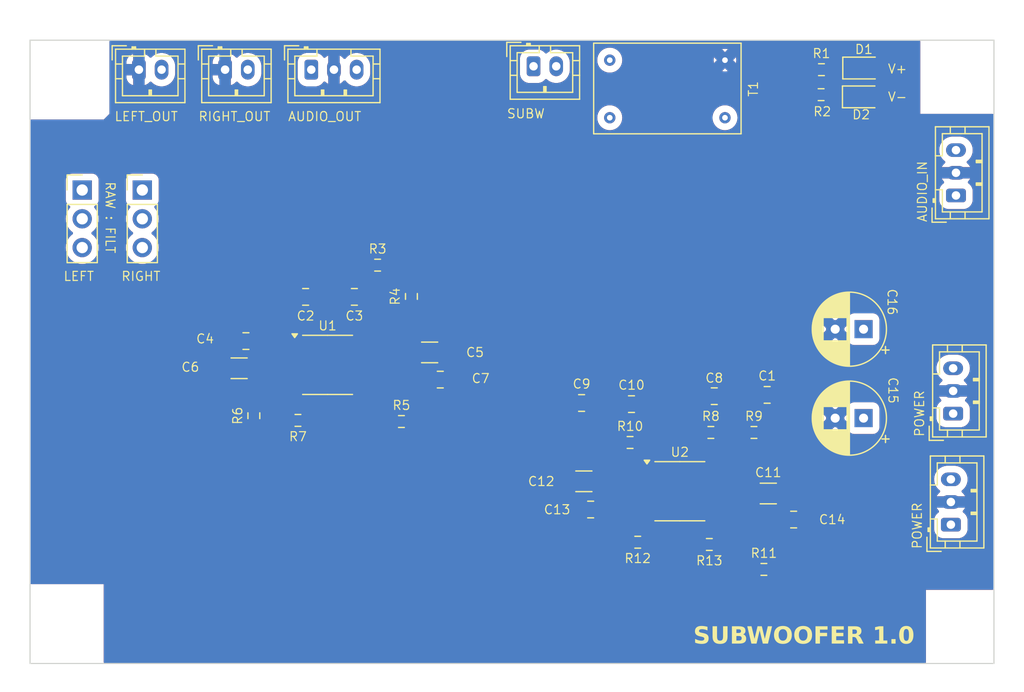
<source format=kicad_pcb>
(kicad_pcb (version 20240108) (generator "pcbnew") (generator_version "8.0")
  (layers (0 "F.Cu" signal) (31 "B.Cu" signal) (34 "B.Paste" user) (35 "F.Paste" user) (36 "B.SilkS" user "B.Silkscreen") (37 "F.SilkS" user "F.Silkscreen") (38 "B.Mask" user) (39 "F.Mask" user) (44 "Edge.Cuts" user))
  (net 0 "")
  (net 1 "LEFT_IN")
  (net 2 "AGND")
  (net 3 "RIGHT_IN")
  (net 4 "V-")
  (net 5 "V+")
  (net 6 "SUBW")
  (net 7 "SUBWN")
  (net 8 "SUBWP")
  (net 9 "Net-(D1-K)")
  (net 10 "Net-(D2-K)")
  (net 11 "LEFT_FILT")
  (net 12 "RIGHT_FILT")
  (net 13 "LEFT_OUT")
  (net 14 "RIGHT_OUT")
  (net 15 "Net-(C1-Pad2)")
  (net 16 "Net-(U1A--)")
  (net 17 "Net-(C2-Pad1)")
  (net 18 "Net-(U1B-+)")
  (net 19 "Net-(U2D-+)")
  (net 20 "Net-(C10-Pad1)")
  (net 21 "Net-(U1C-+)")
  (net 22 "Net-(U2A--)")
  (net 23 "Net-(U2B--)")
  (net 24 "Net-(R11-Pad1)")
  (net 25 "Net-(R10-Pad1)")
  (net 26 "Net-(U2B-+)")
  (net 27 "Net-(U2C-+)")
  (net 28 "Net-(U2C--)")
  (net 29 "Net-(U1D--)")
  (footprint "Resistor_SMD:R_0603_1608Metric_Pad0.98x0.95mm_HandSolder" (layer "F.Cu") (at 126.1739 94.3025 90)
    (property "Reference" "R6" (at 0 -1.43 90) (layer "F.SilkS") (effects (font (size 0.8 0.8) (thickness 0.1))))
    (property "Value" "6.8K")
    (pad "1" smd roundrect (at -0.9125 0 90) (size 0.975 0.95) (layers "F.Cu" "F.Paste" "F.Mask") (net 12 "RIGHT_FILT"))
    (pad "2" smd roundrect (at 0.9125 0 90) (size 0.975 0.95) (layers "F.Cu" "F.Paste" "F.Mask") (net 17 "Net-(C2-Pad1)"))
  )
  (footprint "Package_SO:TSSOP-14_4.4x5mm_P0.65mm" (layer "F.Cu") (at 163.7364 100.965)
    (property "Reference" "U2" (at 0 -3.45 0) (layer "F.SilkS") (effects (font (size 0.8 0.8) (thickness 0.1))))
    (property "Value" "Opamp_Quad")
    (pad "1" smd roundrect (at -2.8625 -1.95) (size 1.475 0.4) (layers "F.Cu" "F.Paste" "F.Mask") (net 22 "Net-(U2A--)"))
    (pad "2" smd roundrect (at -2.8625 -1.3) (size 1.475 0.4) (layers "F.Cu" "F.Paste" "F.Mask") (net 22 "Net-(U2A--)"))
    (pad "3" smd roundrect (at -2.8625 -0.65) (size 1.475 0.4) (layers "F.Cu" "F.Paste" "F.Mask") (net 1 "LEFT_IN"))
    (pad "4" smd roundrect (at -2.8625 0) (size 1.475 0.4) (layers "F.Cu" "F.Paste" "F.Mask") (net 5 "V+"))
    (pad "5" smd roundrect (at -2.8625 0.65) (size 1.475 0.4) (layers "F.Cu" "F.Paste" "F.Mask") (net 26 "Net-(U2B-+)"))
    (pad "6" smd roundrect (at -2.8625 1.3) (size 1.475 0.4) (layers "F.Cu" "F.Paste" "F.Mask") (net 23 "Net-(U2B--)"))
    (pad "7" smd roundrect (at -2.8625 1.95) (size 1.475 0.4) (layers "F.Cu" "F.Paste" "F.Mask") (net 25 "Net-(R10-Pad1)"))
    (pad "8" smd roundrect (at 2.8625 1.95) (size 1.475 0.4) (layers "F.Cu" "F.Paste" "F.Mask") (net 24 "Net-(R11-Pad1)"))
    (pad "9" smd roundrect (at 2.8625 1.3) (size 1.475 0.4) (layers "F.Cu" "F.Paste" "F.Mask") (net 28 "Net-(U2C--)"))
    (pad "10" smd roundrect (at 2.8625 0.65) (size 1.475 0.4) (layers "F.Cu" "F.Paste" "F.Mask") (net 27 "Net-(U2C-+)"))
    (pad "11" smd roundrect (at 2.8625 0) (size 1.475 0.4) (layers "F.Cu" "F.Paste" "F.Mask") (net 4 "V-"))
    (pad "12" smd roundrect (at 2.8625 -0.65) (size 1.475 0.4) (layers "F.Cu" "F.Paste" "F.Mask") (net 19 "Net-(U2D-+)"))
    (pad "13" smd roundrect (at 2.8625 -1.3) (size 1.475 0.4) (layers "F.Cu" "F.Paste" "F.Mask") (net 6 "SUBW"))
    (pad "14" smd roundrect (at 2.8625 -1.95) (size 1.475 0.4) (layers "F.Cu" "F.Paste" "F.Mask") (net 6 "SUBW"))
  )
  (footprint "MountingHole:MountingHole_3.2mm_M3" (layer "F.Cu") (at 188.9364 113.665)
    (property "Reference" "H4" (hide yes))
    (property "Value" "MountingHole")
    (pad "" np_thru_hole circle (at 0 0) (size 3.2 3.2) (drill 3.2) (layers "*.Cu" "*.Mask"))
  )
  (footprint "Resistor_SMD:R_0603_1608Metric_Pad0.98x0.95mm_HandSolder" (layer "F.Cu") (at 171.1489 107.865)
    (property "Reference" "R11" (at 0 -1.43 0) (layer "F.SilkS") (effects (font (size 0.8 0.8) (thickness 0.1))))
    (property "Value" "25K")
    (pad "1" smd roundrect (at -0.9125 0) (size 0.975 0.95) (layers "F.Cu" "F.Paste" "F.Mask") (net 24 "Net-(R11-Pad1)"))
    (pad "2" smd roundrect (at 0.9125 0) (size 0.975 0.95) (layers "F.Cu" "F.Paste" "F.Mask") (net 27 "Net-(U2C-+)"))
  )
  (footprint "Capacitor_SMD:C_0805_2012Metric_Pad1.18x1.45mm_HandSolder" (layer "F.Cu") (at 159.4721 93.279)
    (property "Reference" "C10" (at 0 -1.68 0) (layer "F.SilkS") (effects (font (size 0.8 0.8) (thickness 0.1))))
    (property "Value" "200N C0G")
    (pad "1" smd roundrect (at -1.0375 0) (size 1.175 1.45) (layers "F.Cu" "F.Paste" "F.Mask") (roundrect_rratio 0.212766) (net 20 "Net-(C10-Pad1)"))
    (pad "2" smd roundrect (at 1.0375 0) (size 1.175 1.45) (layers "F.Cu" "F.Paste" "F.Mask") (roundrect_rratio 0.212766) (net 22 "Net-(U2A--)"))
  )
  (footprint "Resistor_SMD:R_0603_1608Metric_Pad0.98x0.95mm_HandSolder" (layer "F.Cu") (at 140.068 83.7759 90)
    (property "Reference" "R4" (at 0 -1.43 90) (layer "F.SilkS") (effects (font (size 0.8 0.8) (thickness 0.1))))
    (property "Value" "6.8K")
    (pad "1" smd roundrect (at -0.9125 0 90) (size 0.975 0.95) (layers "F.Cu" "F.Paste" "F.Mask") (net 21 "Net-(U1C-+)"))
    (pad "2" smd roundrect (at 0.9125 0 90) (size 0.975 0.95) (layers "F.Cu" "F.Paste" "F.Mask") (net 2 "AGND"))
  )
  (footprint "Connector_PinHeader_2.54mm:PinHeader_1x03_P2.54mm_Vertical" (layer "F.Cu") (at 116.3364 74.385)
    (property "Reference" "J4" (hide yes))
    (property "Value" "Conn_01x03_Pin")
    (pad "1" thru_hole rect (at 0 0) (size 1.7 1.7) (drill 1) (layers "*.Cu" "*.Mask") (net 3 "RIGHT_IN"))
    (pad "2" thru_hole oval (at 0 2.54) (size 1.7 1.7) (drill 1) (layers "*.Cu" "*.Mask") (net 14 "RIGHT_OUT"))
    (pad "3" thru_hole oval (at 0 5.08) (size 1.7 1.7) (drill 1) (layers "*.Cu" "*.Mask") (net 12 "RIGHT_FILT"))
  )
  (footprint "Capacitor_SMD:C_1206_3216Metric_Pad1.33x1.80mm_HandSolder" (layer "F.Cu") (at 141.6739 88.715)
    (property "Reference" "C5" (at 4 0 0) (layer "F.SilkS") (effects (font (size 0.8 0.8) (thickness 0.1))))
    (property "Value" "10U")
    (pad "1" smd roundrect (at -1.5625 0) (size 1.325 1.8) (layers "F.Cu" "F.Paste" "F.Mask") (roundrect_rratio 0.188679) (net 4 "V-"))
    (pad "2" smd roundrect (at 1.5625 0) (size 1.325 1.8) (layers "F.Cu" "F.Paste" "F.Mask") (roundrect_rratio 0.188679) (net 2 "AGND"))
  )
  (footprint "Resistor_SMD:R_0603_1608Metric_Pad0.98x0.95mm_HandSolder" (layer "F.Cu") (at 176.1939 65.97)
    (property "Reference" "R2" (at 0.1 1.5 0) (layer "F.SilkS") (effects (font (size 0.8 0.8) (thickness 0.1))))
    (property "Value" "1K")
    (pad "1" smd roundrect (at -0.9125 0) (size 0.975 0.95) (layers "F.Cu" "F.Paste" "F.Mask") (net 4 "V-"))
    (pad "2" smd roundrect (at 0.9125 0) (size 0.975 0.95) (layers "F.Cu" "F.Paste" "F.Mask") (net 10 "Net-(D2-K)"))
  )
  (footprint "Capacitor_SMD:C_0805_2012Metric_Pad1.18x1.45mm_HandSolder" (layer "F.Cu") (at 142.6114 91.115)
    (property "Reference" "C7" (at 3.5625 -0.1 0) (layer "F.SilkS") (effects (font (size 0.8 0.8) (thickness 0.1))))
    (property "Value" "0.1U")
    (pad "1" smd roundrect (at -1.0375 0) (size 1.175 1.45) (layers "F.Cu" "F.Paste" "F.Mask") (roundrect_rratio 0.212766) (net 4 "V-"))
    (pad "2" smd roundrect (at 1.0375 0) (size 1.175 1.45) (layers "F.Cu" "F.Paste" "F.Mask") (roundrect_rratio 0.212766) (net 2 "AGND"))
  )
  (footprint "Connector_PinHeader_2.54mm:PinHeader_1x03_P2.54mm_Vertical" (layer "F.Cu") (at 111.0364 74.385)
    (property "Reference" "J5" (hide yes))
    (property "Value" "Conn_01x03_Pin")
    (pad "1" thru_hole rect (at 0 0) (size 1.7 1.7) (drill 1) (layers "*.Cu" "*.Mask") (net 1 "LEFT_IN"))
    (pad "2" thru_hole oval (at 0 2.54) (size 1.7 1.7) (drill 1) (layers "*.Cu" "*.Mask") (net 13 "LEFT_OUT"))
    (pad "3" thru_hole oval (at 0 5.08) (size 1.7 1.7) (drill 1) (layers "*.Cu" "*.Mask") (net 11 "LEFT_FILT"))
  )
  (footprint "Resistor_SMD:R_0603_1608Metric_Pad0.98x0.95mm_HandSolder" (layer "F.Cu") (at 137.0864 81.015)
    (property "Reference" "R3" (at 0 -1.43 0) (layer "F.SilkS") (effects (font (size 0.8 0.8) (thickness 0.1))))
    (property "Value" "6.8K")
    (pad "1" smd roundrect (at -0.9125 0) (size 0.975 0.95) (layers "F.Cu" "F.Paste" "F.Mask") (net 18 "Net-(U1B-+)"))
    (pad "2" smd roundrect (at 0.9125 0) (size 0.975 0.95) (layers "F.Cu" "F.Paste" "F.Mask") (net 2 "AGND"))
  )
  (footprint "MountingHole:MountingHole_3.2mm_M3" (layer "F.Cu") (at 108.9364 63.665)
    (property "Reference" "H1" (hide yes))
    (property "Value" "MountingHole")
    (pad "" np_thru_hole circle (at 0 0) (size 3.2 3.2) (drill 3.2) (layers "*.Cu" "*.Mask"))
  )
  (footprint "Connector_JST:JST_PH_B2B-PH-K_1x02_P2.00mm_Vertical" (layer "F.Cu") (at 123.6364 63.765)
    (property "Reference" "J2" (hide yes))
    (property "Value" "Conn_01x02_Pin")
    (pad "1" thru_hole roundrect (at 0 0) (size 1.2 1.75) (drill 0.75) (layers "*.Cu" "*.Mask") (roundrect_rratio 0.2083333333) (net 2 "AGND"))
    (pad "2" thru_hole oval (at 2 0) (size 1.2 1.75) (drill 0.75) (layers "*.Cu" "*.Mask") (net 14 "RIGHT_OUT"))
  )
  (footprint "Capacitor_THT:CP_Radial_D6.3mm_P2.50mm" (layer "F.Cu") (at 179.9364 94.515 180)
    (property "Reference" "C15" (at -2.6 2.45 -90) (layer "F.SilkS") (effects (font (size 0.8 0.8) (thickness 0.1))))
    (property "Value" "470u")
    (pad "1" thru_hole rect (at 0 0 180) (size 1.6 1.6) (drill 0.8) (layers "*.Cu" "*.Mask") (net 5 "V+"))
    (pad "2" thru_hole circle (at 2.5 0 180) (size 1.6 1.6) (drill 0.8) (layers "*.Cu" "*.Mask") (net 2 "AGND"))
  )
  (footprint "Connector_JST:JST_PH_B3B-PH-K_1x03_P2.00mm_Vertical" (layer "F.Cu") (at 131.2364 63.765)
    (property "Reference" "J7" (hide yes))
    (property "Value" "Conn_01x03_Pin")
    (pad "1" thru_hole roundrect (at 0 0) (size 1.2 1.75) (drill 0.75) (layers "*.Cu" "*.Mask") (roundrect_rratio 0.208333) (net 13 "LEFT_OUT"))
    (pad "2" thru_hole oval (at 2 0) (size 1.2 1.75) (drill 0.75) (layers "*.Cu" "*.Mask") (net 2 "AGND"))
    (pad "3" thru_hole oval (at 4 0) (size 1.2 1.75) (drill 0.75) (layers "*.Cu" "*.Mask") (net 14 "RIGHT_OUT"))
  )
  (footprint "Resistor_SMD:R_0603_1608Metric_Pad0.98x0.95mm_HandSolder" (layer "F.Cu") (at 166.4721 95.779)
    (property "Reference" "R8" (at 0 -1.43 0) (layer "F.SilkS") (effects (font (size 0.8 0.8) (thickness 0.1))))
    (property "Value" "20K")
    (pad "1" smd roundrect (at -0.9125 0) (size 0.975 0.95) (layers "F.Cu" "F.Paste" "F.Mask") (net 19 "Net-(U2D-+)"))
    (pad "2" smd roundrect (at 0.9125 0) (size 0.975 0.95) (layers "F.Cu" "F.Paste" "F.Mask") (net 15 "Net-(C1-Pad2)"))
  )
  (footprint "Resistor_SMD:R_0603_1608Metric_Pad0.98x0.95mm_HandSolder" (layer "F.Cu") (at 170.2721 95.779)
    (property "Reference" "R9" (at 0 -1.43 0) (layer "F.SilkS") (effects (font (size 0.8 0.8) (thickness 0.1))))
    (property "Value" "11K")
    (pad "1" smd roundrect (at -0.9125 0) (size 0.975 0.95) (layers "F.Cu" "F.Paste" "F.Mask") (net 15 "Net-(C1-Pad2)"))
    (pad "2" smd roundrect (at 0.9125 0) (size 0.975 0.95) (layers "F.Cu" "F.Paste" "F.Mask") (net 24 "Net-(R11-Pad1)"))
  )
  (footprint "Capacitor_SMD:C_1206_3216Metric_Pad1.33x1.80mm_HandSolder" (layer "F.Cu") (at 155.2732 100.0895 180)
    (property "Reference" "C12" (at 3.756547 -0.00875 0) (layer "F.SilkS") (effects (font (size 0.8 0.8) (thickness 0.1))))
    (property "Value" "10U")
    (pad "1" smd roundrect (at -1.5625 0 180) (size 1.325 1.8) (layers "F.Cu" "F.Paste" "F.Mask") (roundrect_rratio 0.1886792453) (net 5 "V+"))
    (pad "2" smd roundrect (at 1.5625 0 180) (size 1.325 1.8) (layers "F.Cu" "F.Paste" "F.Mask") (roundrect_rratio 0.1886792453) (net 2 "AGND"))
  )
  (footprint "Capacitor_SMD:C_0805_2012Metric_Pad1.18x1.45mm_HandSolder" (layer "F.Cu") (at 135.0364 83.815 180)
    (property "Reference" "C3" (at 0 -1.68 0) (layer "F.SilkS") (effects (font (size 0.8 0.8) (thickness 0.1))))
    (property "Value" "200N C0G")
    (pad "1" smd roundrect (at -1.0375 0 180) (size 1.175 1.45) (layers "F.Cu" "F.Paste" "F.Mask") (roundrect_rratio 0.212766) (net 18 "Net-(U1B-+)"))
    (pad "2" smd roundrect (at 1.0375 0 180) (size 1.175 1.45) (layers "F.Cu" "F.Paste" "F.Mask") (roundrect_rratio 0.212766) (net 17 "Net-(C2-Pad1)"))
  )
  (footprint "Connector_JST:JST_PH_B2B-PH-K_1x02_P2.00mm_Vertical" (layer "F.Cu") (at 116.0364 63.765)
    (property "Reference" "J3" (hide yes))
    (property "Value" "Conn_01x02_Pin")
    (pad "1" thru_hole roundrect (at 0 0) (size 1.2 1.75) (drill 0.75) (layers "*.Cu" "*.Mask") (roundrect_rratio 0.2083333333) (net 2 "AGND"))
    (pad "2" thru_hole oval (at 2 0) (size 1.2 1.75) (drill 0.75) (layers "*.Cu" "*.Mask") (net 13 "LEFT_OUT"))
  )
  (footprint "Capacitor_SMD:C_0805_2012Metric_Pad1.18x1.45mm_HandSolder" (layer "F.Cu") (at 155.8721 102.579 180)
    (property "Reference" "C13" (at 2.956547 -0.00875 0) (layer "F.SilkS") (effects (font (size 0.8 0.8) (thickness 0.1))))
    (property "Value" "0.1U")
    (pad "1" smd roundrect (at -1.0375 0 180) (size 1.175 1.45) (layers "F.Cu" "F.Paste" "F.Mask") (roundrect_rratio 0.2127659574) (net 5 "V+"))
    (pad "2" smd roundrect (at 1.0375 0 180) (size 1.175 1.45) (layers "F.Cu" "F.Paste" "F.Mask") (roundrect_rratio 0.2127659574) (net 2 "AGND"))
  )
  (footprint "Resistor_SMD:R_0603_1608Metric_Pad0.98x0.95mm_HandSolder" (layer "F.Cu") (at 166.3364 105.665 180)
    (property "Reference" "R13" (at 0 -1.43 0) (layer "F.SilkS") (effects (font (size 0.8 0.8) (thickness 0.1))))
    (property "Value" "25K")
    (pad "1" smd roundrect (at -0.9125 0 180) (size 0.975 0.95) (layers "F.Cu" "F.Paste" "F.Mask") (net 28 "Net-(U2C--)"))
    (pad "2" smd roundrect (at 0.9125 0 180) (size 0.975 0.95) (layers "F.Cu" "F.Paste" "F.Mask") (net 25 "Net-(R10-Pad1)"))
  )
  (footprint "Capacitor_SMD:C_0805_2012Metric_Pad1.18x1.45mm_HandSolder" (layer "F.Cu") (at 155.0721 93.179)
    (property "Reference" "C9" (at 0 -1.68 0) (layer "F.SilkS") (effects (font (size 0.8 0.8) (thickness 0.1))))
    (property "Value" "200N C0G")
    (pad "1" smd roundrect (at -1.0375 0) (size 1.175 1.45) (layers "F.Cu" "F.Paste" "F.Mask") (roundrect_rratio 0.212766) (net 21 "Net-(U1C-+)"))
    (pad "2" smd roundrect (at 1.0375 0) (size 1.175 1.45) (layers "F.Cu" "F.Paste" "F.Mask") (roundrect_rratio 0.212766) (net 20 "Net-(C10-Pad1)"))
  )
  (footprint "Connector_JST:JST_PH_B3B-PH-K_1x03_P2.00mm_Vertical" (layer "F.Cu") (at 187.6364 103.915 90)
    (property "Reference" "J8" (hide yes))
    (property "Value" "Conn_01x03_Male")
    (pad "1" thru_hole roundrect (at 0 0 90) (size 1.2 1.75) (drill 0.75) (layers "*.Cu" "*.Mask") (roundrect_rratio 0.2083333333) (net 4 "V-"))
    (pad "2" thru_hole oval (at 2 0 90) (size 1.2 1.75) (drill 0.75) (layers "*.Cu" "*.Mask") (net 2 "AGND"))
    (pad "3" thru_hole oval (at 4 0 90) (size 1.2 1.75) (drill 0.75) (layers "*.Cu" "*.Mask") (net 5 "V+"))
  )
  (footprint "Connector_JST:JST_PH_B3B-PH-K_1x03_P2.00mm_Vertical" (layer "F.Cu") (at 187.8364 94.115 90)
    (property "Reference" "J6" (hide yes))
    (property "Value" "Conn_01x03_Male")
    (pad "1" thru_hole roundrect (at 0 0 90) (size 1.2 1.75) (drill 0.75) (layers "*.Cu" "*.Mask") (roundrect_rratio 0.2083333333) (net 4 "V-"))
    (pad "2" thru_hole oval (at 2 0 90) (size 1.2 1.75) (drill 0.75) (layers "*.Cu" "*.Mask") (net 2 "AGND"))
    (pad "3" thru_hole oval (at 4 0 90) (size 1.2 1.75) (drill 0.75) (layers "*.Cu" "*.Mask") (net 5 "V+"))
  )
  (footprint "Capacitor_SMD:C_1206_3216Metric_Pad1.33x1.80mm_HandSolder" (layer "F.Cu") (at 171.5364 101.165)
    (property "Reference" "C11" (at 0 -1.85 0) (layer "F.SilkS") (effects (font (size 0.8 0.8) (thickness 0.1))))
    (property "Value" "10U")
    (pad "1" smd roundrect (at -1.5625 0) (size 1.325 1.8) (layers "F.Cu" "F.Paste" "F.Mask") (roundrect_rratio 0.188679) (net 4 "V-"))
    (pad "2" smd roundrect (at 1.5625 0) (size 1.325 1.8) (layers "F.Cu" "F.Paste" "F.Mask") (roundrect_rratio 0.188679) (net 2 "AGND"))
  )
  (footprint "Resistor_SMD:R_0603_1608Metric_Pad0.98x0.95mm_HandSolder" (layer "F.Cu") (at 159.3489 96.665)
    (property "Reference" "R10" (at 0 -1.43 0) (layer "F.SilkS") (effects (font (size 0.8 0.8) (thickness 0.1))))
    (property "Value" "25K")
    (pad "1" smd roundrect (at -0.9125 0) (size 0.975 0.95) (layers "F.Cu" "F.Paste" "F.Mask") (net 25 "Net-(R10-Pad1)"))
    (pad "2" smd roundrect (at 0.9125 0) (size 0.975 0.95) (layers "F.Cu" "F.Paste" "F.Mask") (net 26 "Net-(U2B-+)"))
  )
  (footprint "LED_SMD:LED_0805_2012Metric_Pad1.15x1.40mm_HandSolder" (layer "F.Cu") (at 179.9364 66.165)
    (property "Reference" "D2" (at -0.21 1.57 0) (layer "F.SilkS") (effects (font (size 0.8 0.8) (thickness 0.1))))
    (property "Value" "BLUE")
    (pad "1" smd roundrect (at -1.025 0) (size 1.15 1.4) (layers "F.Cu" "F.Paste" "F.Mask") (roundrect_rratio 0.2173913043) (net 10 "Net-(D2-K)"))
    (pad "2" smd roundrect (at 1.025 0) (size 1.15 1.4) (layers "F.Cu" "F.Paste" "F.Mask") (roundrect_rratio 0.2173913043) (net 2 "AGND"))
  )
  (footprint "Capacitor_SMD:C_0805_2012Metric_Pad1.18x1.45mm_HandSolder" (layer "F.Cu") (at 171.4364 92.465)
    (property "Reference" "C1" (at 0 -1.68 0) (layer "F.SilkS") (effects (font (size 0.8 0.8) (thickness 0.1))))
    (property "Value" "200N C0G")
    (pad "1" smd roundrect (at -1.0375 0) (size 1.175 1.45) (layers "F.Cu" "F.Paste" "F.Mask") (roundrect_rratio 0.212766) (net 6 "SUBW"))
    (pad "2" smd roundrect (at 1.0375 0) (size 1.175 1.45) (layers "F.Cu" "F.Paste" "F.Mask") (roundrect_rratio 0.212766) (net 15 "Net-(C1-Pad2)"))
  )
  (footprint "Connector_JST:JST_PH_B3B-PH-K_1x03_P2.00mm_Vertical" (layer "F.Cu") (at 188.0864 74.865 90)
    (property "Reference" "J10" (hide yes))
    (property "Value" "Conn_01x03_Pin")
    (pad "1" thru_hole roundrect (at 0 0 90) (size 1.2 1.75) (drill 0.75) (layers "*.Cu" "*.Mask") (roundrect_rratio 0.208333) (net 1 "LEFT_IN"))
    (pad "2" thru_hole oval (at 2 0 90) (size 1.2 1.75) (drill 0.75) (layers "*.Cu" "*.Mask") (net 2 "AGND"))
    (pad "3" thru_hole oval (at 4 0 90) (size 1.2 1.75) (drill 0.75) (layers "*.Cu" "*.Mask") (net 3 "RIGHT_IN"))
  )
  (footprint "Connector_JST:JST_PH_B2B-PH-K_1x02_P2.00mm_Vertical" (layer "F.Cu") (at 150.8364 63.465)
    (property "Reference" "J1" (hide yes))
    (property "Value" "Conn_01x02_Pin")
    (pad "1" thru_hole roundrect (at 0 0) (size 1.2 1.75) (drill 0.75) (layers "*.Cu" "*.Mask") (roundrect_rratio 0.2083333333) (net 7 "SUBWN"))
    (pad "2" thru_hole oval (at 2 0) (size 1.2 1.75) (drill 0.75) (layers "*.Cu" "*.Mask") (net 8 "SUBWP"))
  )
  (footprint "Capacitor_SMD:C_0805_2012Metric_Pad1.18x1.45mm_HandSolder" (layer "F.Cu") (at 125.4739 87.715 180)
    (property "Reference" "C4" (at 3.6 0.2 0) (layer "F.SilkS") (effects (font (size 0.8 0.8) (thickness 0.1))))
    (property "Value" "0.1U")
    (pad "1" smd roundrect (at -1.0375 0 180) (size 1.175 1.45) (layers "F.Cu" "F.Paste" "F.Mask") (roundrect_rratio 0.212766) (net 5 "V+"))
    (pad "2" smd roundrect (at 1.0375 0 180) (size 1.175 1.45) (layers "F.Cu" "F.Paste" "F.Mask") (roundrect_rratio 0.212766) (net 2 "AGND"))
  )
  (footprint "Capacitor_THT:CP_Radial_D6.3mm_P2.50mm" (layer "F.Cu") (at 179.9364 86.665 180)
    (property "Reference" "C16" (at -2.523858 2.400255 -90) (layer "F.SilkS") (effects (font (size 0.8 0.8) (thickness 0.1))))
    (property "Value" "470u")
    (pad "1" thru_hole rect (at 0 0 180) (size 1.6 1.6) (drill 0.8) (layers "*.Cu" "*.Mask") (net 4 "V-"))
    (pad "2" thru_hole circle (at 2.5 0 180) (size 1.6 1.6) (drill 0.8) (layers "*.Cu" "*.Mask") (net 2 "AGND"))
  )
  (footprint "Resistor_SMD:R_0603_1608Metric_Pad0.98x0.95mm_HandSolder" (layer "F.Cu") (at 176.2239 63.765)
    (property "Reference" "R1" (at 0 -1.43 0) (layer "F.SilkS") (effects (font (size 0.8 0.8) (thickness 0.1))))
    (property "Value" "1.25K")
    (pad "1" smd roundrect (at -0.9125 0) (size 0.975 0.95) (layers "F.Cu" "F.Paste" "F.Mask") (net 2 "AGND"))
    (pad "2" smd roundrect (at 0.9125 0) (size 0.975 0.95) (layers "F.Cu" "F.Paste" "F.Mask") (net 9 "Net-(D1-K)"))
  )
  (footprint "MountingHole:MountingHole_3.2mm_M3" (layer "F.Cu") (at 108.9364 113.665)
    (property "Reference" "H3" (hide yes))
    (property "Value" "MountingHole")
    (pad "" np_thru_hole circle (at 0 0) (size 3.2 3.2) (drill 3.2) (layers "*.Cu" "*.Mask"))
  )
  (footprint "Capacitor_SMD:C_0805_2012Metric_Pad1.18x1.45mm_HandSolder" (layer "F.Cu") (at 166.7721 92.579 180)
    (property "Reference" "C8" (at 0 1.6 0) (layer "F.SilkS") (effects (font (size 0.8 0.8) (thickness 0.1))))
    (property "Value" "91N C0G")
    (pad "1" smd roundrect (at -1.0375 0 180) (size 1.175 1.45) (layers "F.Cu" "F.Paste" "F.Mask") (roundrect_rratio 0.212766) (net 2 "AGND"))
    (pad "2" smd roundrect (at 1.0375 0 180) (size 1.175 1.45) (layers "F.Cu" "F.Paste" "F.Mask") (roundrect_rratio 0.212766) (net 19 "Net-(U2D-+)"))
  )
  (footprint "MountingHole:MountingHole_3.2mm_M3" (layer "F.Cu") (at 188.9364 63.665)
    (property "Reference" "H2" (hide yes))
    (property "Value" "MountingHole")
    (pad "" np_thru_hole circle (at 0 0) (size 3.2 3.2) (drill 3.2) (layers "*.Cu" "*.Mask"))
  )
  (footprint "Capacitor_SMD:C_1206_3216Metric_Pad1.33x1.80mm_HandSolder" (layer "F.Cu") (at 124.8739 90.115 180)
    (property "Reference" "C6" (at 4.3 0.1 0) (layer "F.SilkS") (effects (font (size 0.8 0.8) (thickness 0.1))))
    (property "Value" "10U")
    (pad "1" smd roundrect (at -1.5625 0 180) (size 1.325 1.8) (layers "F.Cu" "F.Paste" "F.Mask") (roundrect_rratio 0.188679) (net 5 "V+"))
    (pad "2" smd roundrect (at 1.5625 0 180) (size 1.325 1.8) (layers "F.Cu" "F.Paste" "F.Mask") (roundrect_rratio 0.188679) (net 2 "AGND"))
  )
  (footprint "LED_SMD:LED_0805_2012Metric_Pad1.15x1.40mm_HandSolder" (layer "F.Cu") (at 179.9664 63.62)
    (property "Reference" "D1" (at 0 -1.65 0) (layer "F.SilkS") (effects (font (size 0.8 0.8) (thickness 0.1))))
    (property "Value" "YELLOW")
    (pad "1" smd roundrect (at -1.025 0) (size 1.15 1.4) (layers "F.Cu" "F.Paste" "F.Mask") (roundrect_rratio 0.2173913043) (net 9 "Net-(D1-K)"))
    (pad "2" smd roundrect (at 1.025 0) (size 1.15 1.4) (layers "F.Cu" "F.Paste" "F.Mask") (roundrect_rratio 0.2173913043) (net 5 "V+"))
  )
  (footprint "Components:DA101C" (layer "F.Cu") (at 162.6364 65.465 180)
    (property "Reference" "T1" (at -7.58 0 90) (layer "F.SilkS") (effects (font (size 0.8 0.8) (thickness 0.1))))
    (property "Value" "Transformer_Audio")
    (pad "1" thru_hole circle (at -5.08 -2.54 180) (size 1 1) (drill 0.5) (layers "*.Cu" "*.Mask") (net 6 "SUBW"))
    (pad "2" thru_hole circle (at -5.08 2.54 180) (size 1 1) (drill 0.5) (layers "*.Cu" "*.Mask") (net 2 "AGND"))
    (pad "3" thru_hole circle (at 5.08 2.54 180) (size 1 1) (drill 0.5) (layers "*.Cu" "*.Mask") (net 7 "SUBWN"))
    (pad "4" thru_hole circle (at 5.08 -2.54 180) (size 1 1) (drill 0.5) (layers "*.Cu" "*.Mask") (net 8 "SUBWP"))
  )
  (footprint "Package_SO:TSSOP-14_4.4x5mm_P0.65mm" (layer "F.Cu") (at 132.6739 89.815)
    (property "Reference" "U1" (at 0 -3.45 0) (layer "F.SilkS") (effects (font (size 0.8 0.8) (thickness 0.1))))
    (property "Value" "Opamp_Quad")
    (pad "1" smd roundrect (at -2.8625 -1.95) (size 1.475 0.4) (layers "F.Cu" "F.Paste" "F.Mask") (net 16 "Net-(U1A--)"))
    (pad "2" smd roundrect (at -2.8625 -1.3) (size 1.475 0.4) (layers "F.Cu" "F.Paste" "F.Mask") (net 16 "Net-(U1A--)"))
    (pad "3" smd roundrect (at -2.8625 -0.65) (size 1.475 0.4) (layers "F.Cu" "F.Paste" "F.Mask") (net 3 "RIGHT_IN"))
    (pad "4" smd roundrect (at -2.8625 0) (size 1.475 0.4) (layers "F.Cu" "F.Paste" "F.Mask") (net 5 "V+"))
    (pad "5" smd roundrect (at -2.8625 0.65) (size 1.475 0.4) (layers "F.Cu" "F.Paste" "F.Mask") (net 18 "Net-(U1B-+)"))
    (pad "6" smd roundrect (at -2.8625 1.3) (size 1.475 0.4) (layers "F.Cu" "F.Paste" "F.Mask") (net 12 "RIGHT_FILT"))
    (pad "7" smd roundrect (at -2.8625 1.95) (size 1.475 0.4) (layers "F.Cu" "F.Paste" "F.Mask") (net 12 "RIGHT_FILT"))
    (pad "8" smd roundrect (at 2.8625 1.95) (size 1.475 0.4) (layers "F.Cu" "F.Paste" "F.Mask") (net 11 "LEFT_FILT"))
    (pad "9" smd roundrect (at 2.8625 1.3) (size 1.475 0.4) (layers "F.Cu" "F.Paste" "F.Mask") (net 11 "LEFT_FILT"))
    (pad "10" smd roundrect (at 2.8625 0.65) (size 1.475 0.4) (layers "F.Cu" "F.Paste" "F.Mask") (net 21 "Net-(U1C-+)"))
    (pad "11" smd roundrect (at 2.8625 0) (size 1.475 0.4) (layers "F.Cu" "F.Paste" "F.Mask") (net 4 "V-"))
    (pad "12" smd roundrect (at 2.8625 -0.65) (size 1.475 0.4) (layers "F.Cu" "F.Paste" "F.Mask") (net 2 "AGND"))
    (pad "13" smd roundrect (at 2.8625 -1.3) (size 1.475 0.4) (layers "F.Cu" "F.Paste" "F.Mask") (net 29 "Net-(U1D--)"))
    (pad "14" smd roundrect (at 2.8625 -1.95) (size 1.475 0.4) (layers "F.Cu" "F.Paste" "F.Mask") (net 29 "Net-(U1D--)"))
  )
  (footprint "Resistor_SMD:R_0603_1608Metric_Pad0.98x0.95mm_HandSolder" (layer "F.Cu") (at 139.1864 94.815)
    (property "Reference" "R5" (at 0 -1.43 0) (layer "F.SilkS") (effects (font (size 0.8 0.8) (thickness 0.1))))
    (property "Value" "6.8K")
    (pad "1" smd roundrect (at -0.9125 0) (size 0.975 0.95) (layers "F.Cu" "F.Paste" "F.Mask") (net 11 "LEFT_FILT"))
    (pad "2" smd roundrect (at 0.9125 0) (size 0.975 0.95) (layers "F.Cu" "F.Paste" "F.Mask") (net 20 "Net-(C10-Pad1)"))
  )
  (footprint "Capacitor_SMD:C_0805_2012Metric_Pad1.18x1.45mm_HandSolder" (layer "F.Cu") (at 130.7364 83.815 180)
    (property "Reference" "C2" (at 0 -1.68 0) (layer "F.SilkS") (effects (font (size 0.8 0.8) (thickness 0.1))))
    (property "Value" "200N C0G")
    (pad "1" smd roundrect (at -1.0375 0 180) (size 1.175 1.45) (layers "F.Cu" "F.Paste" "F.Mask") (roundrect_rratio 0.212766) (net 17 "Net-(C2-Pad1)"))
    (pad "2" smd roundrect (at 1.0375 0 180) (size 1.175 1.45) (layers "F.Cu" "F.Paste" "F.Mask") (roundrect_rratio 0.212766) (net 16 "Net-(U1A--)"))
  )
  (footprint "Resistor_SMD:R_0603_1608Metric_Pad0.98x0.95mm_HandSolder" (layer "F.Cu") (at 160.0239 105.465 180)
    (property "Reference" "R12" (at 0 -1.43 0) (layer "F.SilkS") (effects (font (size 0.8 0.8) (thickness 0.1))))
    (property "Value" "25K")
    (pad "1" smd roundrect (at -0.9125 0 180) (size 0.975 0.95) (layers "F.Cu" "F.Paste" "F.Mask") (net 23 "Net-(U2B--)"))
    (pad "2" smd roundrect (at 0.9125 0 180) (size 0.975 0.95) (layers "F.Cu" "F.Paste" "F.Mask") (net 22 "Net-(U2A--)"))
  )
  (footprint "Capacitor_SMD:C_0805_2012Metric_Pad1.18x1.45mm_HandSolder" (layer "F.Cu") (at 173.7721 103.465)
    (property "Reference" "C14" (at 3.4 0 0) (layer "F.SilkS") (effects (font (size 0.8 0.8) (thickness 0.1))))
    (property "Value" "0.1U")
    (pad "1" smd roundrect (at -1.0375 0) (size 1.175 1.45) (layers "F.Cu" "F.Paste" "F.Mask") (roundrect_rratio 0.212766) (net 4 "V-"))
    (pad "2" smd roundrect (at 1.0375 0) (size 1.175 1.45) (layers "F.Cu" "F.Paste" "F.Mask") (roundrect_rratio 0.212766) (net 2 "AGND"))
  )
  (footprint "Resistor_SMD:R_0603_1608Metric_Pad0.98x0.95mm_HandSolder" (layer "F.Cu") (at 130.0614 94.715 180)
    (property "Reference" "R7" (at 0 -1.43 0) (layer "F.SilkS") (effects (font (size 0.8 0.8) (thickness 0.1))))
    (property "Value" "25k")
    (pad "1" smd roundrect (at -0.9125 0 180) (size 0.975 0.95) (layers "F.Cu" "F.Paste" "F.Mask") (net 23 "Net-(U2B--)"))
    (pad "2" smd roundrect (at 0.9125 0 180) (size 0.975 0.95) (layers "F.Cu" "F.Paste" "F.Mask") (net 16 "Net-(U1A--)"))
  )
  (gr_line (start 106.4364 61.165) (end 191.4364 61.165) (stroke (width 0.1)) (layer "Edge.Cuts"))
  (gr_line (start 191.4364 116.165) (end 106.4364 116.165) (stroke (width 0.1)) (layer "Edge.Cuts"))
  (gr_line (start 191.4364 61.165) (end 191.4364 116.165) (stroke (width 0.1)) (layer "Edge.Cuts"))
  (gr_line (start 106.4364 61.165) (end 106.4364 116.165) (stroke (width 0.1)) (layer "Edge.Cuts"))
  (gr_text "SUBWOOFER 1.0" (at 184.4364 114.665 0) (layer "F.SilkS") (effects (font (size 1.5 1.5) (thickness 0.1) (bold yes)) (justify right bottom)))
  (gr_text "SUBW" (at 148.4364 68.115 0) (layer "F.SilkS") (effects (font (size 0.8 0.8) (thickness 0.1)) (justify left bottom)))
  (gr_text "V-" (at 182.0264 66.635 0) (layer "F.SilkS") (effects (font (size 0.8 0.8) (thickness 0.1)) (justify left bottom)))
  (gr_text "AUDIO_OUT\n" (at 129.1364 68.365 0) (layer "F.SilkS") (effects (font (size 0.8 0.8) (thickness 0.1)) (justify left bottom)))
  (gr_text "RAW : FILT" (at 113.0364 73.585 -90) (layer "F.SilkS") (effects (font (size 0.8 0.8) (thickness 0.1)) (justify left bottom)))
  (gr_text "LEFT_OUT" (at 113.8364 68.365 0) (layer "F.SilkS") (effects (font (size 0.8 0.8) (thickness 0.1)) (justify left bottom)))
  (gr_text "POWER" (at 185.1364 106.115 90) (layer "F.SilkS") (effects (font (size 0.8 0.8) (thickness 0.1)) (justify left bottom)))
  (gr_text "V+" (at 182.0239 64.165 0) (layer "F.SilkS") (effects (font (size 0.8 0.8) (thickness 0.1)) (justify left bottom)))
  (gr_text "AUDIO_IN" (at 185.5864 77.265 90) (layer "F.SilkS") (effects (font (size 0.8 0.8) (thickness 0.1)) (justify left bottom)))
  (gr_text "POWER" (at 185.3364 96.215 90) (layer "F.SilkS") (effects (font (size 0.8 0.8) (thickness 0.1)) (justify left bottom)))
  (gr_text "RIGHT_OUT\n" (at 121.2364 68.365 0) (layer "F.SilkS") (effects (font (size 0.8 0.8) (thickness 0.1)) (justify left bottom)))
  (gr_text "LEFT" (at 109.3364 82.465 0) (layer "F.SilkS") (effects (font (size 0.8 0.8) (thickness 0.1)) (justify left bottom)))
  (gr_text "RIGHT\n" (at 114.4364 82.465 0) (layer "F.SilkS") (effects (font (size 0.8 0.8) (thickness 0.1)) (justify left bottom)))
  (zone (net 2) (net_name "AGND") (layers "F&B.Cu") (connect_pads (clearance 0.6)) (min_thickness 0.25) (fill yes (thermal_gap 0.5) (thermal_bridge_width 1))
    (polygon (pts (xy 184.9364 59.665) (xy 184.9364 65.165) (xy 184.9364 67.665) (xy 191.9364 67.665) (xy 191.9364 109.665) (xy 185.4364 109.665) (xy 185.4364 116.665) (xy 113.4364 116.665) (xy 112.9364 116.165) (xy 112.9364 109.165) (xy 105.4364 109.165) (xy 104.9364 108.665) (xy 104.9364 68.665) (xy 105.4364 68.165) (xy 112.9364 68.165) (xy 113.4364 67.665) (xy 113.4364 59.665) (xy 163.4364 59.665)))
  )
)
</source>
